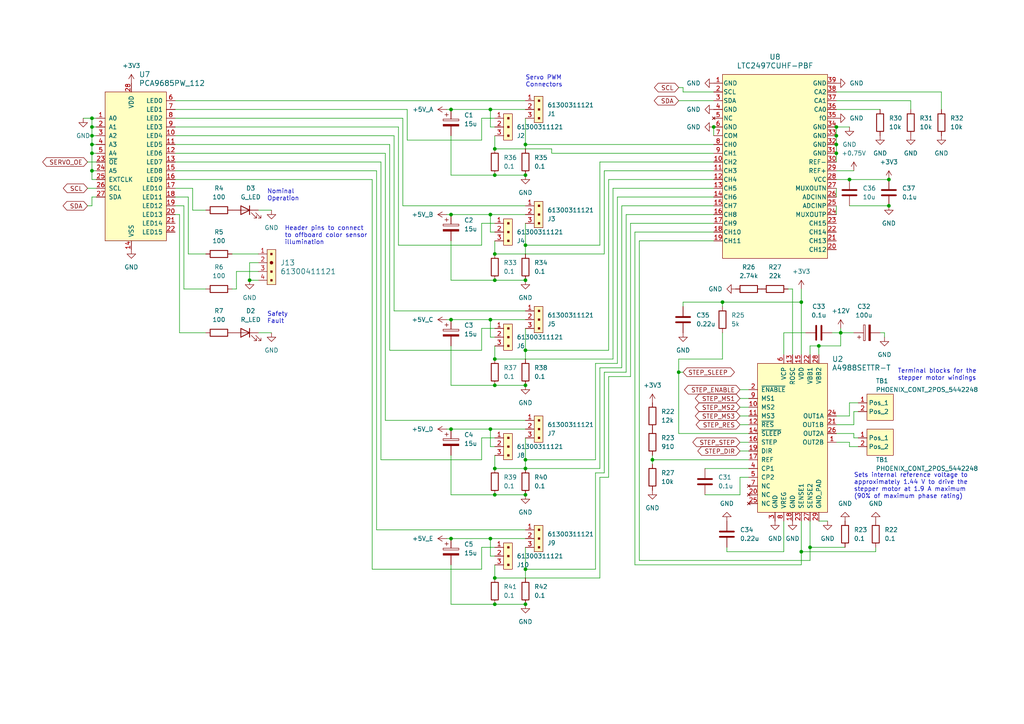
<source format=kicad_sch>
(kicad_sch (version 20230121) (generator eeschema)
  (paper "A4")
  (title_block (title "Norbert Control Board v1 - Actuators and Current Sensing") (date "2023-11-09") (rev "Rev 3") (company "ME380 - Team 20") (comment 1 "Author: Samuel Street"))
  (junction (at 152.4 101.6))
  (junction (at 152.4 133.35))
  (junction (at 143.51 135.89))
  (junction (at 242.57 36.83))
  (junction (at 130.81 62.23))
  (junction (at 26.67 49.53))
  (junction (at 189.23 133.35))
  (junction (at 72.39 81.28))
  (junction (at 142.24 92.71))
  (junction (at 257.81 59.69))
  (junction (at 26.67 44.45))
  (junction (at 234.95 158.75))
  (junction (at 209.55 87.63))
  (junction (at 142.24 124.46))
  (junction (at 152.4 111.76))
  (junction (at 143.51 143.51))
  (junction (at 152.4 165.1))
  (junction (at 152.4 143.51))
  (junction (at 26.67 34.29))
  (junction (at 237.49 100.33))
  (junction (at 142.24 62.23))
  (junction (at 26.67 36.83))
  (junction (at 143.51 104.14))
  (junction (at 152.4 41.91))
  (junction (at 143.51 111.76))
  (junction (at 130.81 31.75))
  (junction (at 143.51 81.28))
  (junction (at 207.01 36.83))
  (junction (at 242.57 44.45))
  (junction (at 246.38 52.07))
  (junction (at 232.41 160.02))
  (junction (at 26.67 41.91))
  (junction (at 243.84 96.52))
  (junction (at 152.4 135.89))
  (junction (at 142.24 31.75))
  (junction (at 196.85 107.95))
  (junction (at 143.51 43.18))
  (junction (at 143.51 175.26))
  (junction (at 130.81 124.46))
  (junction (at 130.81 92.71))
  (junction (at 143.51 167.64))
  (junction (at 152.4 71.12))
  (junction (at 26.67 39.37))
  (junction (at 257.81 52.07))
  (junction (at 152.4 50.8))
  (junction (at 143.51 73.66))
  (junction (at 232.41 87.63))
  (junction (at 242.57 41.91))
  (junction (at 152.4 81.28))
  (junction (at 142.24 156.21))
  (junction (at 242.57 39.37))
  (junction (at 130.81 156.21))
  (junction (at 152.4 175.26))
  (junction (at 143.51 50.8))
  (wire (pts (xy 175.26 73.66) (xy 175.26 49.53)))
  (wire (pts (xy 152.4 133.35) (xy 172.72 133.35)))
  (wire (pts (xy 172.72 105.41) (xy 179.07 105.41)))
  (wire (pts (xy 196.85 125.73) (xy 196.85 107.95)))
  (wire (pts (xy 247.65 127) (xy 248.92 127)))
  (wire (pts (xy 68.58 78.74) (xy 74.93 78.74)))
  (wire (pts (xy 246.38 52.07) (xy 257.81 52.07)))
  (wire (pts (xy 50.8 44.45) (xy 111.76 44.45)))
  (wire (pts (xy 26.67 39.37) (xy 27.94 39.37)))
  (wire (pts (xy 142.24 97.79) (xy 142.24 92.71)))
  (wire (pts (xy 50.8 29.21) (xy 152.4 29.21)))
  (wire (pts (xy 139.7 40.64) (xy 139.7 34.29)))
  (wire (pts (xy 214.63 128.27) (xy 217.17 128.27)))
  (wire (pts (xy 246.38 116.84) (xy 246.38 120.65)))
  (wire (pts (xy 204.47 143.51) (xy 214.63 143.51)))
  (wire (pts (xy 139.7 95.25) (xy 143.51 95.25)))
  (wire (pts (xy 130.81 62.23) (xy 142.24 62.23)))
  (wire (pts (xy 160.02 43.18) (xy 160.02 44.45)))
  (wire (pts (xy 180.34 106.68) (xy 180.34 59.69)))
  (wire (pts (xy 139.7 101.6) (xy 139.7 95.25)))
  (wire (pts (xy 214.63 120.65) (xy 217.17 120.65)))
  (wire (pts (xy 173.99 106.68) (xy 180.34 106.68)))
  (wire (pts (xy 142.24 129.54) (xy 142.24 124.46)))
  (wire (pts (xy 152.4 95.25) (xy 152.4 101.6)))
  (wire (pts (xy 243.84 100.33) (xy 237.49 100.33)))
  (wire (pts (xy 53.34 59.69) (xy 53.34 83.82)))
  (wire (pts (xy 25.4 54.61) (xy 27.94 54.61)))
  (wire (pts (xy 72.39 76.2) (xy 72.39 81.28)))
  (wire (pts (xy 26.67 52.07) (xy 27.94 52.07)))
  (wire (pts (xy 143.51 73.66) (xy 175.26 73.66)))
  (wire (pts (xy 152.4 101.6) (xy 152.4 104.14)))
  (wire (pts (xy 227.33 102.87) (xy 227.33 96.52)))
  (wire (pts (xy 111.76 121.92) (xy 152.4 121.92)))
  (wire (pts (xy 247.65 119.38) (xy 248.92 119.38)))
  (wire (pts (xy 130.81 143.51) (xy 130.81 132.08)))
  (wire (pts (xy 181.61 62.23) (xy 207.01 62.23)))
  (wire (pts (xy 198.12 25.4) (xy 198.12 26.67)))
  (wire (pts (xy 198.12 87.63) (xy 209.55 87.63)))
  (wire (pts (xy 139.7 71.12) (xy 139.7 64.77)))
  (wire (pts (xy 143.51 100.33) (xy 143.51 104.14)))
  (wire (pts (xy 254 160.02) (xy 254 158.75)))
  (wire (pts (xy 118.11 31.75) (xy 118.11 40.64)))
  (wire (pts (xy 50.8 41.91) (xy 113.03 41.91)))
  (wire (pts (xy 175.26 137.16) (xy 175.26 107.95)))
  (wire (pts (xy 227.33 160.02) (xy 227.33 151.13)))
  (wire (pts (xy 242.57 44.45) (xy 242.57 46.99)))
  (wire (pts (xy 242.57 41.91) (xy 242.57 44.45)))
  (wire (pts (xy 247.65 96.52) (xy 243.84 96.52)))
  (wire (pts (xy 242.57 36.83) (xy 242.57 39.37)))
  (wire (pts (xy 189.23 132.08) (xy 189.23 133.35)))
  (wire (pts (xy 25.4 46.99) (xy 27.94 46.99)))
  (wire (pts (xy 116.84 59.69) (xy 152.4 59.69)))
  (wire (pts (xy 196.85 104.14) (xy 209.55 104.14)))
  (wire (pts (xy 209.55 87.63) (xy 232.41 87.63)))
  (wire (pts (xy 152.4 101.6) (xy 176.53 101.6)))
  (wire (pts (xy 74.93 60.96) (xy 78.74 60.96)))
  (wire (pts (xy 175.26 107.95) (xy 181.61 107.95)))
  (wire (pts (xy 242.57 29.21) (xy 264.16 29.21)))
  (wire (pts (xy 54.61 57.15) (xy 54.61 73.66)))
  (wire (pts (xy 26.67 36.83) (xy 26.67 39.37)))
  (wire (pts (xy 130.81 175.26) (xy 130.81 163.83)))
  (wire (pts (xy 185.42 162.56) (xy 185.42 69.85)))
  (wire (pts (xy 152.4 133.35) (xy 152.4 135.89)))
  (wire (pts (xy 26.67 49.53) (xy 26.67 52.07)))
  (wire (pts (xy 246.38 129.54) (xy 246.38 128.27)))
  (wire (pts (xy 196.85 29.21) (xy 207.01 29.21)))
  (wire (pts (xy 113.03 41.91) (xy 113.03 101.6)))
  (wire (pts (xy 129.54 62.23) (xy 130.81 62.23)))
  (wire (pts (xy 198.12 26.67) (xy 207.01 26.67)))
  (wire (pts (xy 172.72 137.16) (xy 175.26 137.16)))
  (wire (pts (xy 234.95 102.87) (xy 234.95 100.33)))
  (wire (pts (xy 50.8 49.53) (xy 109.22 49.53)))
  (wire (pts (xy 246.38 116.84) (xy 248.92 116.84)))
  (wire (pts (xy 242.57 52.07) (xy 246.38 52.07)))
  (wire (pts (xy 242.57 31.75) (xy 255.27 31.75)))
  (wire (pts (xy 142.24 67.31) (xy 142.24 62.23)))
  (wire (pts (xy 182.88 64.77) (xy 207.01 64.77)))
  (wire (pts (xy 116.84 34.29) (xy 116.84 59.69)))
  (wire (pts (xy 152.4 158.75) (xy 152.4 165.1)))
  (wire (pts (xy 130.81 31.75) (xy 142.24 31.75)))
  (wire (pts (xy 246.38 59.69) (xy 257.81 59.69)))
  (wire (pts (xy 143.51 69.85) (xy 143.51 73.66)))
  (wire (pts (xy 210.82 160.02) (xy 210.82 158.75)))
  (wire (pts (xy 139.7 158.75) (xy 143.51 158.75)))
  (wire (pts (xy 50.8 62.23) (xy 52.07 62.23)))
  (wire (pts (xy 25.4 59.69) (xy 26.67 59.69)))
  (wire (pts (xy 176.53 52.07) (xy 207.01 52.07)))
  (wire (pts (xy 243.84 95.25) (xy 243.84 96.52)))
  (wire (pts (xy 111.76 44.45) (xy 111.76 121.92)))
  (wire (pts (xy 247.65 127) (xy 247.65 125.73)))
  (wire (pts (xy 26.67 44.45) (xy 27.94 44.45)))
  (wire (pts (xy 26.67 59.69) (xy 26.67 57.15)))
  (wire (pts (xy 143.51 97.79) (xy 142.24 97.79)))
  (wire (pts (xy 52.07 96.52) (xy 59.69 96.52)))
  (wire (pts (xy 232.41 151.13) (xy 232.41 160.02)))
  (wire (pts (xy 209.55 88.9) (xy 209.55 87.63)))
  (wire (pts (xy 118.11 40.64) (xy 139.7 40.64)))
  (wire (pts (xy 143.51 36.83) (xy 142.24 36.83)))
  (wire (pts (xy 143.51 167.64) (xy 173.99 167.64)))
  (wire (pts (xy 232.41 87.63) (xy 232.41 102.87)))
  (wire (pts (xy 55.88 54.61) (xy 55.88 60.96)))
  (wire (pts (xy 152.4 71.12) (xy 173.99 71.12)))
  (wire (pts (xy 50.8 54.61) (xy 55.88 54.61)))
  (wire (pts (xy 143.51 163.83) (xy 143.51 167.64)))
  (wire (pts (xy 177.8 104.14) (xy 177.8 54.61)))
  (wire (pts (xy 110.49 46.99) (xy 110.49 133.35)))
  (wire (pts (xy 139.7 64.77) (xy 143.51 64.77)))
  (wire (pts (xy 184.15 67.31) (xy 207.01 67.31)))
  (wire (pts (xy 26.67 34.29) (xy 26.67 36.83)))
  (wire (pts (xy 247.65 49.53) (xy 242.57 49.53)))
  (wire (pts (xy 130.81 50.8) (xy 143.51 50.8)))
  (wire (pts (xy 207.01 36.83) (xy 207.01 39.37)))
  (wire (pts (xy 130.81 92.71) (xy 142.24 92.71)))
  (wire (pts (xy 50.8 34.29) (xy 116.84 34.29)))
  (wire (pts (xy 142.24 124.46) (xy 152.4 124.46)))
  (wire (pts (xy 142.24 62.23) (xy 152.4 62.23)))
  (wire (pts (xy 247.65 123.19) (xy 242.57 123.19)))
  (wire (pts (xy 139.7 34.29) (xy 143.51 34.29)))
  (wire (pts (xy 179.07 105.41) (xy 179.07 57.15)))
  (wire (pts (xy 26.67 41.91) (xy 26.67 44.45)))
  (wire (pts (xy 196.85 125.73) (xy 217.17 125.73)))
  (wire (pts (xy 172.72 165.1) (xy 172.72 137.16)))
  (wire (pts (xy 232.41 160.02) (xy 254 160.02)))
  (wire (pts (xy 234.95 151.13) (xy 234.95 158.75)))
  (wire (pts (xy 243.84 100.33) (xy 243.84 96.52)))
  (wire (pts (xy 177.8 54.61) (xy 207.01 54.61)))
  (wire (pts (xy 130.81 111.76) (xy 130.81 100.33)))
  (wire (pts (xy 72.39 81.28) (xy 74.93 81.28)))
  (wire (pts (xy 204.47 135.89) (xy 217.17 135.89)))
  (wire (pts (xy 53.34 83.82) (xy 59.69 83.82)))
  (wire (pts (xy 232.41 160.02) (xy 232.41 163.83)))
  (wire (pts (xy 242.57 26.67) (xy 273.05 26.67)))
  (wire (pts (xy 196.85 25.4) (xy 198.12 25.4)))
  (wire (pts (xy 152.4 41.91) (xy 207.01 41.91)))
  (wire (pts (xy 173.99 46.99) (xy 207.01 46.99)))
  (wire (pts (xy 198.12 87.63) (xy 198.12 88.9)))
  (wire (pts (xy 26.67 34.29) (xy 27.94 34.29)))
  (wire (pts (xy 130.81 111.76) (xy 143.51 111.76)))
  (wire (pts (xy 152.4 165.1) (xy 172.72 165.1)))
  (wire (pts (xy 173.99 71.12) (xy 173.99 46.99)))
  (wire (pts (xy 114.3 39.37) (xy 114.3 90.17)))
  (wire (pts (xy 130.81 81.28) (xy 130.81 69.85)))
  (wire (pts (xy 246.38 129.54) (xy 248.92 129.54)))
  (wire (pts (xy 152.4 71.12) (xy 152.4 73.66)))
  (wire (pts (xy 242.57 39.37) (xy 242.57 41.91)))
  (wire (pts (xy 26.67 44.45) (xy 26.67 49.53)))
  (wire (pts (xy 152.4 135.89) (xy 173.99 135.89)))
  (wire (pts (xy 26.67 49.53) (xy 27.94 49.53)))
  (wire (pts (xy 143.51 39.37) (xy 143.51 43.18)))
  (wire (pts (xy 209.55 104.14) (xy 209.55 96.52)))
  (wire (pts (xy 189.23 133.35) (xy 217.17 133.35)))
  (wire (pts (xy 180.34 59.69) (xy 207.01 59.69)))
  (wire (pts (xy 234.95 158.75) (xy 234.95 162.56)))
  (wire (pts (xy 214.63 118.11) (xy 217.17 118.11)))
  (wire (pts (xy 184.15 163.83) (xy 184.15 67.31)))
  (wire (pts (xy 247.65 119.38) (xy 247.65 123.19)))
  (wire (pts (xy 109.22 153.67) (xy 152.4 153.67)))
  (wire (pts (xy 130.81 50.8) (xy 130.81 39.37)))
  (wire (pts (xy 273.05 26.67) (xy 273.05 31.75)))
  (wire (pts (xy 50.8 46.99) (xy 110.49 46.99)))
  (wire (pts (xy 196.85 107.95) (xy 196.85 104.14)))
  (wire (pts (xy 142.24 156.21) (xy 152.4 156.21)))
  (wire (pts (xy 264.16 29.21) (xy 264.16 31.75)))
  (wire (pts (xy 181.61 107.95) (xy 181.61 62.23)))
  (wire (pts (xy 26.67 41.91) (xy 27.94 41.91)))
  (wire (pts (xy 256.54 96.52) (xy 255.27 96.52)))
  (wire (pts (xy 242.57 59.69) (xy 242.57 62.23)))
  (wire (pts (xy 152.4 165.1) (xy 152.4 167.64)))
  (wire (pts (xy 54.61 73.66) (xy 59.69 73.66)))
  (wire (pts (xy 173.99 138.43) (xy 176.53 138.43)))
  (wire (pts (xy 129.54 124.46) (xy 130.81 124.46)))
  (wire (pts (xy 175.26 49.53) (xy 207.01 49.53)))
  (wire (pts (xy 139.7 165.1) (xy 139.7 158.75)))
  (wire (pts (xy 214.63 130.81) (xy 217.17 130.81)))
  (wire (pts (xy 130.81 143.51) (xy 143.51 143.51)))
  (wire (pts (xy 214.63 143.51) (xy 214.63 138.43)))
  (wire (pts (xy 241.3 96.52) (xy 243.84 96.52)))
  (wire (pts (xy 179.07 57.15) (xy 207.01 57.15)))
  (wire (pts (xy 143.51 43.18) (xy 160.02 43.18)))
  (wire (pts (xy 227.33 160.02) (xy 210.82 160.02)))
  (wire (pts (xy 143.51 111.76) (xy 152.4 111.76)))
  (wire (pts (xy 110.49 133.35) (xy 139.7 133.35)))
  (wire (pts (xy 107.95 52.07) (xy 107.95 165.1)))
  (wire (pts (xy 129.54 156.21) (xy 130.81 156.21)))
  (wire (pts (xy 143.51 135.89) (xy 152.4 135.89)))
  (wire (pts (xy 232.41 83.82) (xy 232.41 87.63)))
  (wire (pts (xy 139.7 133.35) (xy 139.7 127)))
  (wire (pts (xy 130.81 124.46) (xy 142.24 124.46)))
  (wire (pts (xy 50.8 52.07) (xy 107.95 52.07)))
  (wire (pts (xy 74.93 96.52) (xy 78.74 96.52)))
  (wire (pts (xy 129.54 92.71) (xy 130.81 92.71)))
  (wire (pts (xy 229.87 83.82) (xy 229.87 102.87)))
  (wire (pts (xy 152.4 34.29) (xy 152.4 41.91)))
  (wire (pts (xy 198.12 107.95) (xy 196.85 107.95)))
  (wire (pts (xy 172.72 133.35) (xy 172.72 105.41)))
  (wire (pts (xy 214.63 115.57) (xy 217.17 115.57)))
  (wire (pts (xy 143.51 129.54) (xy 142.24 129.54)))
  (wire (pts (xy 143.51 132.08) (xy 143.51 135.89)))
  (wire (pts (xy 50.8 36.83) (xy 115.57 36.83)))
  (wire (pts (xy 26.67 36.83) (xy 27.94 36.83)))
  (wire (pts (xy 143.51 50.8) (xy 152.4 50.8)))
  (wire (pts (xy 246.38 120.65) (xy 242.57 120.65)))
  (wire (pts (xy 143.51 143.51) (xy 152.4 143.51)))
  (wire (pts (xy 139.7 127) (xy 143.51 127)))
  (wire (pts (xy 143.51 175.26) (xy 152.4 175.26)))
  (wire (pts (xy 240.03 151.13) (xy 237.49 151.13)))
  (wire (pts (xy 242.57 36.83) (xy 246.38 36.83)))
  (wire (pts (xy 142.24 92.71) (xy 152.4 92.71)))
  (wire (pts (xy 67.31 73.66) (xy 74.93 73.66)))
  (wire (pts (xy 173.99 167.64) (xy 173.99 138.43)))
  (wire (pts (xy 115.57 36.83) (xy 115.57 71.12)))
  (wire (pts (xy 152.4 127) (xy 152.4 133.35)))
  (wire (pts (xy 115.57 71.12) (xy 139.7 71.12)))
  (wire (pts (xy 242.57 54.61) (xy 242.57 57.15)))
  (wire (pts (xy 214.63 138.43) (xy 217.17 138.43)))
  (wire (pts (xy 67.31 83.82) (xy 68.58 83.82)))
  (wire (pts (xy 185.42 69.85) (xy 207.01 69.85)))
  (wire (pts (xy 142.24 161.29) (xy 142.24 156.21)))
  (wire (pts (xy 74.93 76.2) (xy 72.39 76.2)))
  (wire (pts (xy 247.65 125.73) (xy 242.57 125.73)))
  (wire (pts (xy 109.22 49.53) (xy 109.22 153.67)))
  (wire (pts (xy 232.41 163.83) (xy 184.15 163.83)))
  (wire (pts (xy 50.8 59.69) (xy 53.34 59.69)))
  (wire (pts (xy 256.54 96.52) (xy 256.54 97.79)))
  (wire (pts (xy 152.4 41.91) (xy 152.4 43.18)))
  (wire (pts (xy 142.24 31.75) (xy 152.4 31.75)))
  (wire (pts (xy 189.23 133.35) (xy 189.23 134.62)))
  (wire (pts (xy 143.51 104.14) (xy 177.8 104.14)))
  (wire (pts (xy 246.38 128.27) (xy 242.57 128.27)))
  (wire (pts (xy 182.88 109.22) (xy 182.88 64.77)))
  (wire (pts (xy 143.51 81.28) (xy 152.4 81.28)))
  (wire (pts (xy 24.13 34.29) (xy 26.67 34.29)))
  (wire (pts (xy 50.8 31.75) (xy 118.11 31.75)))
  (wire (pts (xy 26.67 57.15) (xy 27.94 57.15)))
  (wire (pts (xy 227.33 96.52) (xy 233.68 96.52)))
  (wire (pts (xy 229.87 83.82) (xy 228.6 83.82)))
  (wire (pts (xy 234.95 158.75) (xy 245.11 158.75)))
  (wire (pts (xy 55.88 60.96) (xy 59.69 60.96)))
  (wire (pts (xy 107.95 165.1) (xy 139.7 165.1)))
  (wire (pts (xy 176.53 109.22) (xy 182.88 109.22)))
  (wire (pts (xy 142.24 36.83) (xy 142.24 31.75)))
  (wire (pts (xy 50.8 57.15) (xy 54.61 57.15)))
  (wire (pts (xy 130.81 156.21) (xy 142.24 156.21)))
  (wire (pts (xy 68.58 83.82) (xy 68.58 78.74)))
  (wire (pts (xy 176.53 138.43) (xy 176.53 109.22)))
  (wire (pts (xy 237.49 100.33) (xy 237.49 102.87)))
  (wire (pts (xy 143.51 161.29) (xy 142.24 161.29)))
  (wire (pts (xy 130.81 175.26) (xy 143.51 175.26)))
  (wire (pts (xy 113.03 101.6) (xy 139.7 101.6)))
  (wire (pts (xy 143.51 67.31) (xy 142.24 67.31)))
  (wire (pts (xy 129.54 31.75) (xy 130.81 31.75)))
  (wire (pts (xy 52.07 62.23) (xy 52.07 96.52)))
  (wire (pts (xy 176.53 101.6) (xy 176.53 52.07)))
  (wire (pts (xy 173.99 135.89) (xy 173.99 106.68)))
  (wire (pts (xy 50.8 39.37) (xy 114.3 39.37)))
  (wire (pts (xy 160.02 44.45) (xy 207.01 44.45)))
  (wire (pts (xy 114.3 90.17) (xy 152.4 90.17)))
  (wire (pts (xy 234.95 162.56) (xy 185.42 162.56)))
  (wire (pts (xy 26.67 39.37) (xy 26.67 41.91)))
  (wire (pts (xy 130.81 81.28) (xy 143.51 81.28)))
  (wire (pts (xy 214.63 113.03) (xy 217.17 113.03)))
  (wire (pts (xy 214.63 123.19) (xy 217.17 123.19)))
  (wire (pts (xy 234.95 100.33) (xy 237.49 100.33)))
  (wire (pts (xy 152.4 64.77) (xy 152.4 71.12)))
  (text "Terminal blocks for the\nstepper motor windings" (at 260.35 110.49 0) (effects (font (size 1.27 1.27)) (justify left bottom)))
  (text "Servo PWM\nConnectors" (at 152.4 25.4 0) (effects (font (size 1.27 1.27)) (justify left bottom)))
  (text "Safety\nFault" (at 77.47 93.98 0) (effects (font (size 1.27 1.27)) (justify left bottom)))
  (text "Header pins to connect\nto offboard color sensor\nillumination" (at 82.55 71.12 0) (effects (font (size 1.27 1.27)) (justify left bottom)))
  (text "Sets internal reference voltage to\napproximately 1.44 V to drive the\nstepper motor at 1.9 A maximum\n(90% of maximum phase rating)" (at 247.65 144.78 0) (effects (font (size 1.27 1.27)) (justify left bottom)))
  (text "Nominal\nOperation" (at 77.47 58.42 0) (effects (font (size 1.27 1.27)) (justify left bottom)))
  (global_label "STEP_ENABLE" (shape bidirectional) (at 214.63 113.03 180) (property "Intersheetrefs" "${INTERSHEET_REFS}" (effects hide)))
  (global_label "SERVO_OE" (shape bidirectional) (at 25.4 46.99 180) (property "Intersheetrefs" "${INTERSHEET_REFS}" (effects hide)))
  (global_label "STEP_STEP" (shape bidirectional) (at 214.63 128.27 180) (property "Intersheetrefs" "${INTERSHEET_REFS}" (effects hide)))
  (global_label "STEP_RES" (shape bidirectional) (at 214.63 123.19 180) (property "Intersheetrefs" "${INTERSHEET_REFS}" (effects hide)))
  (global_label "STEP_MS1" (shape bidirectional) (at 214.63 115.57 180) (property "Intersheetrefs" "${INTERSHEET_REFS}" (effects hide)))
  (global_label "SDA" (shape bidirectional) (at 25.4 59.69 180) (property "Intersheetrefs" "${INTERSHEET_REFS}" (effects hide)))
  (global_label "SDA" (shape bidirectional) (at 196.85 29.21 180) (property "Intersheetrefs" "${INTERSHEET_REFS}" (effects hide)))
  (global_label "SCL" (shape bidirectional) (at 25.4 54.61 180) (property "Intersheetrefs" "${INTERSHEET_REFS}" (effects hide)))
  (global_label "STEP_MS2" (shape bidirectional) (at 214.63 118.11 180) (property "Intersheetrefs" "${INTERSHEET_REFS}" (effects hide)))
  (global_label "STEP_SLEEP" (shape bidirectional) (at 198.12 107.95 0) (property "Intersheetrefs" "${INTERSHEET_REFS}" (effects hide)))
  (global_label "SCL" (shape bidirectional) (at 196.85 25.4 180) (property "Intersheetrefs" "${INTERSHEET_REFS}" (effects hide)))
  (global_label "STEP_DIR" (shape bidirectional) (at 214.63 130.81 180) (property "Intersheetrefs" "${INTERSHEET_REFS}" (effects hide)))
  (global_label "STEP_MS3" (shape bidirectional) (at 214.63 120.65 180) (property "Intersheetrefs" "${INTERSHEET_REFS}" (effects hide)))
  (symbol (lib_id "power:GND") (at 240.03 151.13 0) (unit 1)
    (property "Reference" "#PWR076" (effects hide))
    (property "Value" "GND" (at 240.03 156.21 0))
    (instances (project "norbert_v1" (path "" (reference "#PWR076") (unit 1)) (path "" (reference "#PWR046") (unit 1))))
  )
  (symbol (lib_id "power:GND") (at 242.57 34.29 90) (unit 1)
    (property "Reference" "#PWR096" (effects hide))
    (property "Value" "GND" (at 246.38 34.29 90) (effects (justify right)))
    (instances (project "norbert_v1" (path "" (reference "#PWR096") (unit 1)) (path "" (reference "#PWR048") (unit 1))))
  )
  (symbol (lib_id "Device:R") (at 63.5 73.66 90) (unit 1)
    (property "Reference" "R5" (at 63.5 67.31 90))
    (property "Value" "100" (at 63.5 69.85 90))
    (property "Footprint" "RC2010JK_078K2L:RESC5025X65N" (effects hide))
    (instances (project "norbert_v1" (path "" (reference "R5") (unit 1)) (path "" (reference "R9") (unit 1))))
  )
  (symbol (lib_id "Device:C") (at 257.81 55.88 0) (unit 1)
    (property "Reference" "C37" (at 261.62 54.61 0) (effects (justify left)))
    (property "Value" "0.1u" (at 261.62 57.15 0) (effects (justify left)))
    (property "Footprint" "CC1812KKX7RCBB103s:CAP_CC1812_YAG" (effects hide))
    (instances (project "norbert_v1" (path "" (reference "C37") (unit 1)) (path "" (reference "C12") (unit 1))))
  )
  (symbol (lib_id "extra_power:+0.75V") (at 247.65 49.53 0) (unit 1)
    (property "Reference" "#PWR093" (effects hide))
    (property "Value" "+0.75V" (at 247.65 44.45 0))
    (instances (project "norbert_v1" (path "" (reference "#PWR093") (unit 1)) (path "" (reference "#PWR052") (unit 1))))
  )
  (symbol (lib_id "Device:R") (at 209.55 92.71 0) (unit 1)
    (property "Reference" "R25" (at 212.09 91.44 0) (effects (justify left)))
    (property "Value" "5k" (at 212.09 93.98 0) (effects (justify left)))
    (property "Footprint" "RC2010JK_078K2L:RESC5025X65N" (effects hide))
  )
  (symbol (lib_id "dk_Rectangular-Connectors-Headers-Male-Pins:61300311121") (at 156.21 90.17 90) (mirror x) (unit 1)
    (property "Reference" "J5" (at 158.75 93.98 90) (effects (justify right)))
    (property "Value" "61300311121" (at 158.75 91.44 90) (effects (justify right)))
    (property "Footprint" "digikey-footprints:PinHeader_1x3_P2.54_Drill1.1mm" (effects hide))
    (property "Datasheet" "https://katalog.we-online.de/em/datasheet/6130xx11121.pdf" (effects hide))
    (property "Digi-Key_PN" "732-5316-ND" (effects hide))
    (property "MPN" "61300311121" (effects hide))
    (property "Category" "Connectors, Interconnects" (effects hide))
    (property "Family" "Rectangular Connectors - Headers, Male Pins" (effects hide))
    (property "DK_Datasheet_Link" "https://katalog.we-online.de/em/datasheet/6130xx11121.pdf" (effects hide))
    (property "DK_Detail_Page" "/product-detail/en/wurth-electronics-inc/61300311121/732-5316-ND/4846825" (effects hide))
    (property "Description" "CONN HEADER VERT 3POS 2.54MM" (effects hide))
    (property "Manufacturer" "Wurth Electronics Inc." (effects hide))
    (property "Status" "Active" (effects hide))
    (instances (project "norbert_v1" (path "" (reference "J5") (unit 1)) (path "" (reference "J13") (unit 1))))
  )
  (symbol (lib_id "Device:R") (at 143.51 107.95 0) (unit 1)
    (property "Reference" "R37" (at 146.05 106.68 0) (effects (justify left)))
    (property "Value" "0.1" (at 146.05 109.22 0) (effects (justify left)))
    (property "Footprint" "RC2010JK_078K2L:RESC5025X65N" (effects hide))
    (instances (project "norbert_v1" (path "" (reference "R37") (unit 1)) (path "" (reference "R14") (unit 1))))
  )
  (symbol (lib_id "Device:R") (at 254 154.94 0) (unit 1)
    (property "Reference" "R22" (at 256.54 153.67 0) (effects (justify left)))
    (property "Value" "0.1" (at 256.54 156.21 0) (effects (justify left)))
    (property "Footprint" "RC2010JK_078K2L:RESC5025X65N" (effects hide))
    (instances (project "norbert_v1" (path "" (reference "R22") (unit 1)) (path "" (reference "R29") (unit 1))))
  )
  (symbol (lib_id "power:+3V3") (at 232.41 83.82 0) (unit 1)
    (property "Reference" "#PWR073" (effects hide))
    (property "Value" "+3V3" (at 232.41 78.74 0))
    (instances (project "norbert_v1" (path "" (reference "#PWR073") (unit 1)) (path "" (reference "#PWR045") (unit 1))))
  )
  (symbol (lib_id "ul_LTC2497CUHF-PBF:LTC2497CUHF-PBF") (at 224.79 46.99 0) (unit 1)
    (property "Reference" "U8" (at 224.79 16.51 0) (effects (font (size 1.524 1.524))))
    (property "Value" "LTC2497CUHF-PBF" (at 224.79 19.05 0) (effects (font (size 1.524 1.524))))
    (property "Footprint" "ul_LTC2497CUHF-PBF:QFN_UHF-PBF_ADI" (effects hide))
    (property "Datasheet" "LTC2497CUHF-PBF" (effects hide))
    (instances (project "norbert_v1" (path "" (reference "U8") (unit 1)) (path "" (reference "U5") (unit 1))))
  )
  (symbol (lib_id "Device:R") (at 152.4 46.99 0) (unit 1)
    (property "Reference" "R35" (at 154.94 45.72 0) (effects (justify left)))
    (property "Value" "0.1" (at 154.94 48.26 0) (effects (justify left)))
    (property "Footprint" "RC2010JK_078K2L:RESC5025X65N" (effects hide))
    (instances (project "norbert_v1" (path "" (reference "R35") (unit 1)) (path "" (reference "R17") (unit 1))))
  )
  (symbol (lib_id "power:GND") (at 257.81 59.69 0) (unit 1)
    (property "Reference" "#PWR095" (effects hide))
    (property "Value" "GND" (at 257.81 64.77 0))
    (instances (project "norbert_v1" (path "" (reference "#PWR095") (unit 1)) (path "" (reference "#PWR057") (unit 1))))
  )
  (symbol (lib_id "Device:R") (at 255.27 35.56 180) (unit 1)
    (property "Reference" "R30" (at 257.81 34.29 0) (effects (justify right)))
    (property "Value" "10k" (at 257.81 36.83 0) (effects (justify right)))
    (property "Footprint" "RC2010JK_078K2L:RESC5025X65N" (effects hide))
  )
  (symbol (lib_id "power:GND") (at 78.74 60.96 0) (unit 1)
    (property "Reference" "#PWR023" (effects hide))
    (property "Value" "GND" (at 78.74 66.04 0))
  )
  (symbol (lib_id "Device:C") (at 246.38 55.88 0) (unit 1)
    (property "Reference" "C36" (at 250.19 54.61 0) (effects (justify left)))
    (property "Value" "10u" (at 250.19 57.15 0) (effects (justify left)))
    (property "Footprint" "CC1812KKX7RCBB103s:CAP_CC1812_YAG" (effects hide))
    (instances (project "norbert_v1" (path "" (reference "C36") (unit 1)) (path "" (reference "C10") (unit 1))))
  )
  (symbol (lib_id "Device:C_Polarized") (at 251.46 96.52 90) (unit 1)
    (property "Reference" "C32" (at 250.571 88.9 90))
    (property "Value" "100u" (at 250.571 91.44 90))
    (property "Footprint" "CC1812KKX7RCBB103s:CAP_CC1812_YAG" (effects hide))
    (instances (project "norbert_v1" (path "" (reference "C32") (unit 1)) (path "" (reference "C11") (unit 1))))
  )
  (symbol (lib_id "phoenix_contacts:PHOENIX_CONT_2POS_5442248") (at 255.27 128.27 0) (unit 1)
    (property "Reference" "TB1" (at 254 133.35 0) (effects (justify left)))
    (property "Value" "PHOENIX_CONT_2POS_5442248" (at 254 135.89 0) (effects (justify left)))
    (instances (project "norbert_v1" (path "" (reference "TB1") (unit 1)) (path "" (reference "TB10") (unit 1))))
  )
  (symbol (lib_id "Device:R") (at 217.17 83.82 90) (unit 1)
    (property "Reference" "R26" (at 217.17 77.47 90))
    (property "Value" "2.74k" (at 217.17 80.01 90))
    (property "Footprint" "RC2010JK_078K2L:RESC5025X65N" (effects hide))
  )
  (symbol (lib_id "Device:C") (at 210.82 154.94 180) (unit 1)
    (property "Reference" "C34" (at 214.63 153.67 0) (effects (justify right)))
    (property "Value" "0.22u" (at 214.63 156.21 0) (effects (justify right)))
    (property "Footprint" "CC1812KKX7RCBB103s:CAP_CC1812_YAG" (effects hide))
    (instances (project "norbert_v1" (path "" (reference "C34") (unit 1)) (path "" (reference "C8") (unit 1))))
  )
  (symbol (lib_id "Device:C") (at 198.12 92.71 0) (unit 1)
    (property "Reference" "C35" (at 201.93 91.44 0) (effects (justify left)))
    (property "Value" "0.22u" (at 201.93 93.98 0) (effects (justify left)))
    (property "Footprint" "CC1812KKX7RCBB103s:CAP_CC1812_YAG" (effects hide))
    (instances (project "norbert_v1" (path "" (reference "C35") (unit 1)) (path "" (reference "C6") (unit 1))))
  )
  (symbol (lib_id "Device:R") (at 189.23 128.27 0) (unit 1)
    (property "Reference" "R23" (at 191.77 127 0) (effects (justify left)))
    (property "Value" "910" (at 191.77 129.54 0) (effects (justify left)))
    (property "Footprint" "RC2010JK_078K2L:RESC5025X65N" (effects hide))
  )
  (symbol (lib_id "power:GND") (at 78.74 96.52 0) (unit 1)
    (property "Reference" "#PWR026" (effects hide))
    (property "Value" "GND" (at 78.74 101.6 0))
    (instances (project "norbert_v1" (path "" (reference "#PWR026") (unit 1)) (path "" (reference "#PWR024") (unit 1))))
  )
  (symbol (lib_id "power:GND") (at 210.82 151.13 180) (unit 1)
    (property "Reference" "#PWR071" (effects hide))
    (property "Value" "GND" (at 210.82 146.05 0))
    (instances (project "norbert_v1" (path "" (reference "#PWR071") (unit 1)) (path "" (reference "#PWR041") (unit 1))))
  )
  (symbol (lib_id "extra_power:+5V_B") (at 129.54 62.23 90) (unit 1)
    (property "Reference" "#PWR026" (effects hide))
    (property "Value" "+5V_B" (at 125.73 62.23 90) (effects (justify left)))
  )
  (symbol (lib_id "dk_Rectangular-Connectors-Headers-Male-Pins:61300311121") (at 147.32 127 90) (mirror x) (unit 1)
    (property "Reference" "J8" (at 149.86 132.08 90) (effects (justify right)))
    (property "Value" "61300311121" (at 149.86 129.54 90) (effects (justify right)))
    (property "Footprint" "digikey-footprints:PinHeader_1x3_P2.54_Drill1.1mm" (effects hide))
    (property "Datasheet" "https://katalog.we-online.de/em/datasheet/6130xx11121.pdf" (effects hide))
    (property "Digi-Key_PN" "732-5316-ND" (effects hide))
    (property "MPN" "61300311121" (effects hide))
    (property "Category" "Connectors, Interconnects" (effects hide))
    (property "Family" "Rectangular Connectors - Headers, Male Pins" (effects hide))
    (property "DK_Datasheet_Link" "https://katalog.we-online.de/em/datasheet/6130xx11121.pdf" (effects hide))
    (property "DK_Detail_Page" "/product-detail/en/wurth-electronics-inc/61300311121/732-5316-ND/4846825" (effects hide))
    (property "Description" "CONN HEADER VERT 3POS 2.54MM" (effects hide))
    (property "Manufacturer" "Wurth Electronics Inc." (effects hide))
    (property "Status" "Active" (effects hide))
    (instances (project "norbert_v1" (path "" (reference "J8") (unit 1)) (path "" (reference "J9") (unit 1))))
  )
  (symbol (lib_id "Device:C_Polarized") (at 130.81 160.02 0) (unit 1)
    (property "Reference" "C5" (at 134.62 157.861 0) (effects (justify left)))
    (property "Value" "15u" (at 134.62 160.401 0) (effects (justify left)))
    (property "Footprint" "Capacitor_THT:CP_Radial_D5.0mm_P2.50mm" (effects hide))
  )
  (symbol (lib_id "Device:LED") (at 71.12 96.52 0) (mirror y) (unit 1)
    (property "Reference" "D2" (at 72.7075 90.17 0))
    (property "Value" "R_LED" (at 72.7075 92.71 0))
    (property "Footprint" "LED_THT:LED_D5.0mm" (effects hide))
    (instances (project "norbert_v1" (path "" (reference "D2") (unit 1)) (path "" (reference "D3") (unit 1))))
  )
  (symbol (lib_id "power:GND") (at 224.79 151.13 0) (unit 1)
    (property "Reference" "#PWR066" (effects hide))
    (property "Value" "GND" (at 224.79 156.21 0))
    (instances (project "norbert_v1" (path "" (reference "#PWR066") (unit 1)) (path "" (reference "#PWR043") (unit 1))))
  )
  (symbol (lib_id "power:GND") (at 207.01 24.13 270) (unit 1)
    (property "Reference" "#PWR088" (effects hide))
    (property "Value" "GND" (at 203.2 24.13 90) (effects (justify right)))
    (instances (project "norbert_v1" (path "" (reference "#PWR088") (unit 1)) (path "" (reference "#PWR038") (unit 1))))
  )
  (symbol (lib_id "Device:R") (at 224.79 83.82 90) (unit 1)
    (property "Reference" "R27" (at 224.79 77.47 90))
    (property "Value" "22k" (at 224.79 80.01 90))
    (property "Footprint" "RC2010JK_078K2L:RESC5025X65N" (effects hide))
  )
  (symbol (lib_id "extra_power:+5V_C") (at 129.54 92.71 90) (unit 1)
    (property "Reference" "#PWR027" (effects hide))
    (property "Value" "+5V_C" (at 125.73 92.71 90) (effects (justify left)))
  )
  (symbol (lib_id "dk_Rectangular-Connectors-Headers-Male-Pins:61300311121") (at 156.21 29.21 90) (mirror x) (unit 1)
    (property "Reference" "J1" (at 158.75 33.02 90) (effects (justify right)))
    (property "Value" "61300311121" (at 158.75 30.48 90) (effects (justify right)))
    (property "Footprint" "digikey-footprints:PinHeader_1x3_P2.54_Drill1.1mm" (effects hide))
    (property "Datasheet" "https://katalog.we-online.de/em/datasheet/6130xx11121.pdf" (effects hide))
    (property "Digi-Key_PN" "732-5316-ND" (effects hide))
    (property "MPN" "61300311121" (effects hide))
    (property "Category" "Connectors, Interconnects" (effects hide))
    (property "Family" "Rectangular Connectors - Headers, Male Pins" (effects hide))
    (property "DK_Datasheet_Link" "https://katalog.we-online.de/em/datasheet/6130xx11121.pdf" (effects hide))
    (property "DK_Detail_Page" "/product-detail/en/wurth-electronics-inc/61300311121/732-5316-ND/4846825" (effects hide))
    (property "Description" "CONN HEADER VERT 3POS 2.54MM" (effects hide))
    (property "Manufacturer" "Wurth Electronics Inc." (effects hide))
    (property "Status" "Active" (effects hide))
    (instances (project "norbert_v1" (path "" (reference "J1") (unit 1)) (path "" (reference "J11") (unit 1))))
  )
  (symbol (lib_id "dk_Rectangular-Connectors-Headers-Male-Pins:61300311121") (at 147.32 158.75 90) (mirror x) (unit 1)
    (property "Reference" "J10" (at 149.86 163.83 90) (effects (justify right)))
    (property "Value" "61300311121" (at 149.86 161.29 90) (effects (justify right)))
    (property "Footprint" "digikey-footprints:PinHeader_1x3_P2.54_Drill1.1mm" (effects hide))
    (property "Datasheet" "https://katalog.we-online.de/em/datasheet/6130xx11121.pdf" (effects hide))
    (property "Digi-Key_PN" "732-5316-ND" (effects hide))
    (property "MPN" "61300311121" (effects hide))
    (property "Category" "Connectors, Interconnects" (effects hide))
    (property "Family" "Rectangular Connectors - Headers, Male Pins" (effects hide))
    (property "DK_Datasheet_Link" "https://katalog.we-online.de/em/datasheet/6130xx11121.pdf" (effects hide))
    (property "DK_Detail_Page" "/product-detail/en/wurth-electronics-inc/61300311121/732-5316-ND/4846825" (effects hide))
    (property "Description" "CONN HEADER VERT 3POS 2.54MM" (effects hide))
    (property "Manufacturer" "Wurth Electronics Inc." (effects hide))
    (property "Status" "Active" (effects hide))
  )
  (symbol (lib_id "power:GND") (at 152.4 143.51 0) (unit 1)
    (property "Reference" "#PWR018" (effects hide))
    (property "Value" "GND" (at 152.4 148.59 0))
    (instances (project "norbert_v1" (path "" (reference "#PWR018") (unit 1)) (path "" (reference "#PWR033") (unit 1))))
  )
  (symbol (lib_id "Device:R") (at 273.05 35.56 0) (unit 1)
    (property "Reference" "R32" (at 275.59 34.29 0) (effects (justify left)))
    (property "Value" "10k" (at 275.59 36.83 0) (effects (justify left)))
    (property "Footprint" "RC2010JK_078K2L:RESC5025X65N" (effects hide))
  )
  (symbol (lib_id "power:GND") (at 245.11 151.13 180) (unit 1)
    (property "Reference" "#PWR021" (effects hide))
    (property "Value" "GND" (at 245.11 146.05 0))
    (instances (project "norbert_v1" (path "" (reference "#PWR021") (unit 1)) (path "" (reference "#PWR050") (unit 1))))
  )
  (symbol (lib_id "Device:R") (at 245.11 154.94 0) (unit 1)
    (property "Reference" "R23" (at 247.65 153.67 0) (effects (justify left)))
    (property "Value" "0.1" (at 247.65 156.21 0) (effects (justify left)))
    (property "Footprint" "RC2010JK_078K2L:RESC5025X65N" (effects hide))
    (instances (project "norbert_v1" (path "" (reference "R23") (unit 1)) (path "" (reference "R28") (unit 1))))
  )
  (symbol (lib_id "power:GND") (at 24.13 34.29 0) (unit 1)
    (property "Reference" "#PWR05" (effects hide))
    (property "Value" "GND" (at 24.13 39.37 0))
    (instances (project "norbert_v1" (path "" (reference "#PWR05") (unit 1)) (path "" (reference "#PWR019") (unit 1))))
  )
  (symbol (lib_id "Device:C_Polarized") (at 130.81 35.56 0) (unit 1)
    (property "Reference" "C1" (at 134.62 33.401 0) (effects (justify left)))
    (property "Value" "15u" (at 134.62 35.941 0) (effects (justify left)))
    (property "Footprint" "Capacitor_THT:CP_Radial_D5.0mm_P2.50mm" (effects hide))
  )
  (symbol (lib_id "power:+12V") (at 243.84 95.25 0) (unit 1)
    (property "Reference" "#PWR075" (effects hide))
    (property "Value" "+12V" (at 243.84 90.17 0))
    (instances (project "norbert_v1" (path "" (reference "#PWR075") (unit 1)) (path "" (reference "#PWR049") (unit 1))))
  )
  (symbol (lib_id "phoenix_contacts:PHOENIX_CONT_2POS_5442248") (at 255.27 118.11 0) (unit 1)
    (property "Reference" "TB1" (at 254 110.49 0) (effects (justify left)))
    (property "Value" "PHOENIX_CONT_2POS_5442248" (at 254 113.03 0) (effects (justify left)))
    (instances (project "norbert_v1" (path "" (reference "TB1") (unit 1)) (path "" (reference "TB8") (unit 1))))
  )
  (symbol (lib_id "power:GND") (at 273.05 39.37 0) (unit 1)
    (property "Reference" "#PWR099" (effects hide))
    (property "Value" "GND" (at 273.05 44.45 0))
    (instances (project "norbert_v1" (path "" (reference "#PWR099") (unit 1)) (path "" (reference "#PWR059") (unit 1))))
  )
  (symbol (lib_id "Device:R") (at 143.51 171.45 0) (unit 1)
    (property "Reference" "R41" (at 146.05 170.18 0) (effects (justify left)))
    (property "Value" "0.1" (at 146.05 172.72 0) (effects (justify left)))
    (property "Footprint" "RC2010JK_078K2L:RESC5025X65N" (effects hide))
    (instances (project "norbert_v1" (path "" (reference "R41") (unit 1)) (path "" (reference "R16") (unit 1))))
  )
  (symbol (lib_id "power:GND") (at 72.39 81.28 0) (unit 1)
    (property "Reference" "#PWR024" (effects hide))
    (property "Value" "GND" (at 72.39 86.36 0))
    (instances (project "norbert_v1" (path "" (reference "#PWR024") (unit 1)) (path "" (reference "#PWR022") (unit 1))))
  )
  (symbol (lib_id "Device:R") (at 264.16 35.56 0) (unit 1)
    (property "Reference" "R31" (at 266.7 34.29 0) (effects (justify left)))
    (property "Value" "10k" (at 266.7 36.83 0) (effects (justify left)))
    (property "Footprint" "RC2010JK_078K2L:RESC5025X65N" (effects hide))
  )
  (symbol (lib_id "power:GND") (at 152.4 175.26 0) (unit 1)
    (property "Reference" "#PWR020" (effects hide))
    (property "Value" "GND" (at 152.4 180.34 0))
    (instances (project "norbert_v1" (path "" (reference "#PWR020") (unit 1)) (path "" (reference "#PWR034") (unit 1))))
  )
  (symbol (lib_id "Device:LED") (at 71.12 60.96 0) (mirror y) (unit 1)
    (property "Reference" "D3" (at 72.7075 54.61 0))
    (property "Value" "G_LED" (at 72.7075 57.15 0))
    (property "Footprint" "LED_THT:LED_D5.0mm" (effects hide))
    (instances (project "norbert_v1" (path "" (reference "D3") (unit 1)) (path "" (reference "D2") (unit 1))))
  )
  (symbol (lib_id "power:GND") (at 207.01 36.83 270) (unit 1)
    (property "Reference" "#PWR090" (effects hide))
    (property "Value" "GND" (at 203.2 36.83 90) (effects (justify right)))
    (instances (project "norbert_v1" (path "" (reference "#PWR090") (unit 1)) (path "" (reference "#PWR040") (unit 1))))
  )
  (symbol (lib_id "power:+3V3") (at 38.1 24.13 0) (unit 1)
    (property "Reference" "#PWR06" (effects hide))
    (property "Value" "+3V3" (at 38.1 19.05 0))
    (instances (project "norbert_v1" (path "" (reference "#PWR06") (unit 1)) (path "" (reference "#PWR020") (unit 1))))
  )
  (symbol (lib_id "Device:R") (at 152.4 139.7 0) (unit 1)
    (property "Reference" "R40" (at 154.94 138.43 0) (effects (justify left)))
    (property "Value" "0.1" (at 154.94 140.97 0) (effects (justify left)))
    (property "Footprint" "RC2010JK_078K2L:RESC5025X65N" (effects hide))
    (instances (project "norbert_v1" (path "" (reference "R40") (unit 1)) (path "" (reference "R20") (unit 1))))
  )
  (symbol (lib_id "Device:C_Polarized") (at 130.81 128.27 0) (unit 1)
    (property "Reference" "C4" (at 134.62 126.111 0) (effects (justify left)))
    (property "Value" "15u" (at 134.62 128.651 0) (effects (justify left)))
    (property "Footprint" "Capacitor_THT:CP_Radial_D5.0mm_P2.50mm" (effects hide))
  )
  (symbol (lib_id "dk_Rectangular-Connectors-Headers-Male-Pins:61300311121") (at 156.21 121.92 90) (mirror x) (unit 1)
    (property "Reference" "J7" (at 158.75 125.73 90) (effects (justify right)))
    (property "Value" "61300311121" (at 158.75 123.19 90) (effects (justify right)))
    (property "Footprint" "digikey-footprints:PinHeader_1x3_P2.54_Drill1.1mm" (effects hide))
    (property "Datasheet" "https://katalog.we-online.de/em/datasheet/6130xx11121.pdf" (effects hide))
    (property "Digi-Key_PN" "732-5316-ND" (effects hide))
    (property "MPN" "61300311121" (effects hide))
    (property "Category" "Connectors, Interconnects" (effects hide))
    (property "Family" "Rectangular Connectors - Headers, Male Pins" (effects hide))
    (property "DK_Datasheet_Link" "https://katalog.we-online.de/em/datasheet/6130xx11121.pdf" (effects hide))
    (property "DK_Detail_Page" "/product-detail/en/wurth-electronics-inc/61300311121/732-5316-ND/4846825" (effects hide))
    (property "Description" "CONN HEADER VERT 3POS 2.54MM" (effects hide))
    (property "Manufacturer" "Wurth Electronics Inc." (effects hide))
    (property "Status" "Active" (effects hide))
    (instances (project "norbert_v1" (path "" (reference "J7") (unit 1)) (path "" (reference "J14") (unit 1))))
  )
  (symbol (lib_id "Device:R") (at 152.4 77.47 0) (unit 1)
    (property "Reference" "R34" (at 154.94 76.2 0) (effects (justify left)))
    (property "Value" "0.1" (at 154.94 78.74 0) (effects (justify left)))
    (property "Footprint" "RC2010JK_078K2L:RESC5025X65N" (effects hide))
    (instances (project "norbert_v1" (path "" (reference "R34") (unit 1)) (path "" (reference "R18") (unit 1))))
  )
  (symbol (lib_id "power:+3V3") (at 189.23 116.84 0) (unit 1)
    (property "Reference" "#PWR077" (effects hide))
    (property "Value" "+3V3" (at 189.23 111.76 0))
    (instances (project "norbert_v1" (path "" (reference "#PWR077") (unit 1)) (path "" (reference "#PWR035") (unit 1))))
  )
  (symbol (lib_id "Device:R") (at 152.4 107.95 0) (unit 1)
    (property "Reference" "R38" (at 154.94 106.68 0) (effects (justify left)))
    (property "Value" "0.1" (at 154.94 109.22 0) (effects (justify left)))
    (property "Footprint" "RC2010JK_078K2L:RESC5025X65N" (effects hide))
    (instances (project "norbert_v1" (path "" (reference "R38") (unit 1)) (path "" (reference "R19") (unit 1))))
  )
  (symbol (lib_id "Device:C_Polarized") (at 130.81 96.52 0) (unit 1)
    (property "Reference" "C3" (at 134.62 94.361 0) (effects (justify left)))
    (property "Value" "15u" (at 134.62 96.901 0) (effects (justify left)))
    (property "Footprint" "Capacitor_THT:CP_Radial_D5.0mm_P2.50mm" (effects hide))
  )
  (symbol (lib_id "power:GND") (at 152.4 111.76 0) (unit 1)
    (property "Reference" "#PWR016" (effects hide))
    (property "Value" "GND" (at 152.4 116.84 0))
    (instances (project "norbert_v1" (path "" (reference "#PWR016") (unit 1)) (path "" (reference "#PWR032") (unit 1))))
  )
  (symbol (lib_id "dk_Rectangular-Connectors-Headers-Male-Pins:61300311121") (at 147.32 95.25 90) (mirror x) (unit 1)
    (property "Reference" "J6" (at 149.86 100.33 90) (effects (justify right)))
    (property "Value" "61300311121" (at 149.86 97.79 90) (effects (justify right)))
    (property "Footprint" "digikey-footprints:PinHeader_1x3_P2.54_Drill1.1mm" (effects hide))
    (property "Datasheet" "https://katalog.we-online.de/em/datasheet/6130xx11121.pdf" (effects hide))
    (property "Digi-Key_PN" "732-5316-ND" (effects hide))
    (property "MPN" "61300311121" (effects hide))
    (property "Category" "Connectors, Interconnects" (effects hide))
    (property "Family" "Rectangular Connectors - Headers, Male Pins" (effects hide))
    (property "DK_Datasheet_Link" "https://katalog.we-online.de/em/datasheet/6130xx11121.pdf" (effects hide))
    (property "DK_Detail_Page" "/product-detail/en/wurth-electronics-inc/61300311121/732-5316-ND/4846825" (effects hide))
    (property "Description" "CONN HEADER VERT 3POS 2.54MM" (effects hide))
    (property "Manufacturer" "Wurth Electronics Inc." (effects hide))
    (property "Status" "Active" (effects hide))
    (instances (project "norbert_v1" (path "" (reference "J6") (unit 1)) (path "" (reference "J8") (unit 1))))
  )
  (symbol (lib_id "extra_power:+5V_A") (at 129.54 31.75 90) (unit 1)
    (property "Reference" "#PWR03" (effects hide))
    (property "Value" "+5V_A" (at 125.73 31.75 90) (effects (justify left)))
    (instances (project "norbert_v1" (path "" (reference "#PWR03") (unit 1)) (path "" (reference "#PWR025") (unit 1))))
  )
  (symbol (lib_id "dk_Rectangular-Connectors-Headers-Male-Pins:61300311121") (at 156.21 59.69 90) (mirror x) (unit 1)
    (property "Reference" "J3" (at 158.75 63.5 90) (effects (justify right)))
    (property "Value" "61300311121" (at 158.75 60.96 90) (effects (justify right)))
    (property "Footprint" "digikey-footprints:PinHeader_1x3_P2.54_Drill1.1mm" (effects hide))
    (property "Datasheet" "https://katalog.we-online.de/em/datasheet/6130xx11121.pdf" (effects hide))
    (property "Digi-Key_PN" "732-5316-ND" (effects hide))
    (property "MPN" "61300311121" (effects hide))
    (property "Category" "Connectors, Interconnects" (effects hide))
    (property "Family" "Rectangular Connectors - Headers, Male Pins" (effects hide))
    (property "DK_Datasheet_Link" "https://katalog.we-online.de/em/datasheet/6130xx11121.pdf" (effects hide))
    (property "DK_Detail_Page" "/product-detail/en/wurth-electronics-inc/61300311121/732-5316-ND/4846825" (effects hide))
    (property "Description" "CONN HEADER VERT 3POS 2.54MM" (effects hide))
    (property "Manufacturer" "Wurth Electronics Inc." (effects hide))
    (property "Status" "Active" (effects hide))
    (instances (project "norbert_v1" (path "" (reference "J3") (unit 1)) (path "" (reference "J12") (unit 1))))
  )
  (symbol (lib_id "power:GND") (at 255.27 39.37 0) (unit 1)
    (property "Reference" "#PWR097" (effects hide))
    (property "Value" "GND" (at 255.27 44.45 0))
    (instances (project "norbert_v1" (path "" (reference "#PWR097") (unit 1)) (path "" (reference "#PWR054") (unit 1))))
  )
  (symbol (lib_id "power:GND") (at 229.87 151.13 0) (unit 1)
    (property "Reference" "#PWR067" (effects hide))
    (property "Value" "GND" (at 229.87 156.21 0))
    (instances (project "norbert_v1" (path "" (reference "#PWR067") (unit 1)) (path "" (reference "#PWR044") (unit 1))))
  )
  (symbol (lib_id "extra_power:+5V_D") (at 129.54 124.46 90) (unit 1)
    (property "Reference" "#PWR028" (effects hide))
    (property "Value" "+5V_D" (at 125.73 124.46 90) (effects (justify left)))
  )
  (symbol (lib_id "Device:R") (at 63.5 60.96 90) (unit 1)
    (property "Reference" "R4" (at 63.5 54.61 90))
    (property "Value" "100" (at 63.5 57.15 90))
    (property "Footprint" "RC2010JK_078K2L:RESC5025X65N" (effects hide))
    (instances (project "norbert_v1" (path "" (reference "R4") (unit 1)) (path "" (reference "R8") (unit 1))))
  )
  (symbol (lib_id "Device:R") (at 143.51 77.47 0) (unit 1)
    (property "Reference" "R33" (at 146.05 76.2 0) (effects (justify left)))
    (property "Value" "0.1" (at 146.05 78.74 0) (effects (justify left)))
    (property "Footprint" "RC2010JK_078K2L:RESC5025X65N" (effects hide))
    (instances (project "norbert_v1" (path "" (reference "R33") (unit 1)) (path "" (reference "R13") (unit 1))))
  )
  (symbol (lib_id "dk_Rectangular-Connectors-Headers-Male-Pins:61300311121") (at 147.32 34.29 90) (mirror x) (unit 1)
    (property "Reference" "J2" (at 149.86 39.37 90) (effects (justify right)))
    (property "Value" "61300311121" (at 149.86 36.83 90) (effects (justify right)))
    (property "Footprint" "digikey-footprints:PinHeader_1x3_P2.54_Drill1.1mm" (effects hide))
    (property "Datasheet" "https://katalog.we-online.de/em/datasheet/6130xx11121.pdf" (effects hide))
    (property "Digi-Key_PN" "732-5316-ND" (effects hide))
    (property "MPN" "61300311121" (effects hide))
    (property "Category" "Connectors, Interconnects" (effects hide))
    (property "Family" "Rectangular Connectors - Headers, Male Pins" (effects hide))
    (property "DK_Datasheet_Link" "https://katalog.we-online.de/em/datasheet/6130xx11121.pdf" (effects hide))
    (property "DK_Detail_Page" "/product-detail/en/wurth-electronics-inc/61300311121/732-5316-ND/4846825" (effects hide))
    (property "Description" "CONN HEADER VERT 3POS 2.54MM" (effects hide))
    (property "Manufacturer" "Wurth Electronics Inc." (effects hide))
    (property "Status" "Active" (effects hide))
    (instances (project "norbert_v1" (path "" (reference "J2") (unit 1)) (path "" (reference "J6") (unit 1))))
  )
  (symbol (lib_id "extra_power:+5V_E") (at 129.54 156.21 90) (unit 1)
    (property "Reference" "#PWR029" (effects hide))
    (property "Value" "+5V_E" (at 125.73 156.21 90) (effects (justify left)))
  )
  (symbol (lib_id "power:GND") (at 264.16 39.37 0) (unit 1)
    (property "Reference" "#PWR098" (effects hide))
    (property "Value" "GND" (at 264.16 44.45 0))
    (instances (project "norbert_v1" (path "" (reference "#PWR098") (unit 1)) (path "" (reference "#PWR058") (unit 1))))
  )
  (symbol (lib_id "Device:R") (at 143.51 46.99 0) (unit 1)
    (property "Reference" "R36" (at 146.05 45.72 0) (effects (justify left)))
    (property "Value" "0.1" (at 146.05 48.26 0) (effects (justify left)))
    (property "Footprint" "RC2010JK_078K2L:RESC5025X65N" (effects hide))
    (instances (project "norbert_v1" (path "" (reference "R36") (unit 1)) (path "" (reference "R12") (unit 1))))
  )
  (symbol (lib_id "power:GND") (at 152.4 81.28 0) (unit 1)
    (property "Reference" "#PWR014" (effects hide))
    (property "Value" "GND" (at 152.4 86.36 0))
    (instances (project "norbert_v1" (path "" (reference "#PWR014") (unit 1)) (path "" (reference "#PWR031") (unit 1))))
  )
  (symbol (lib_id "power:GND") (at 242.57 24.13 90) (unit 1)
    (property "Reference" "#PWR091" (effects hide))
    (property "Value" "GND" (at 246.38 24.13 90) (effects (justify right)))
    (instances (project "norbert_v1" (path "" (reference "#PWR091") (unit 1)) (path "" (reference "#PWR047") (unit 1))))
  )
  (symbol (lib_id "Device:R") (at 189.23 138.43 0) (unit 1)
    (property "Reference" "R27" (at 191.77 137.16 0) (effects (justify left)))
    (property "Value" "10k" (at 191.77 139.7 0) (effects (justify left)))
    (property "Footprint" "RC2010JK_078K2L:RESC5025X65N" (effects hide))
    (instances (project "norbert_v1" (path "" (reference "R27") (unit 1)) (path "" (reference "R24") (unit 1))))
  )
  (symbol (lib_id "power:GND") (at 198.12 96.52 0) (unit 1)
    (property "Reference" "#PWR074" (effects hide))
    (property "Value" "GND" (at 198.12 101.6 0))
    (instances (project "norbert_v1" (path "" (reference "#PWR074") (unit 1)) (path "" (reference "#PWR037") (unit 1))))
  )
  (symbol (lib_id "power:GND") (at 152.4 50.8 0) (unit 1)
    (property "Reference" "#PWR04" (effects hide))
    (property "Value" "GND" (at 152.4 55.88 0))
    (instances (project "norbert_v1" (path "" (reference "#PWR04") (unit 1)) (path "" (reference "#PWR030") (unit 1))))
  )
  (symbol (lib_id "power:GND") (at 38.1 72.39 0) (unit 1)
    (property "Reference" "#PWR07" (effects hide))
    (property "Value" "GND" (at 38.1 77.47 0))
    (instances (project "norbert_v1" (path "" (reference "#PWR07") (unit 1)) (path "" (reference "#PWR021") (unit 1))))
  )
  (symbol (lib_id "power:GND") (at 213.36 83.82 270) (unit 1)
    (property "Reference" "#PWR042" (effects hide))
    (property "Value" "GND" (at 209.55 83.82 90) (effects (justify right)))
  )
  (symbol (lib_id "Device:R") (at 63.5 96.52 90) (unit 1)
    (property "Reference" "R7" (at 63.5 90.17 90))
    (property "Value" "100" (at 63.5 92.71 90))
    (property "Footprint" "RC2010JK_078K2L:RESC5025X65N" (effects hide))
    (instances (project "norbert_v1" (path "" (reference "R7") (unit 1)) (path "" (reference "R11") (unit 1))))
  )
  (symbol (lib_id "dk_Rectangular-Connectors-Headers-Male-Pins:61300311121") (at 147.32 64.77 90) (mirror x) (unit 1)
    (property "Reference" "J4" (at 149.86 69.85 90) (effects (justify right)))
    (property "Value" "61300311121" (at 149.86 67.31 90) (effects (justify right)))
    (property "Footprint" "digikey-footprints:PinHeader_1x3_P2.54_Drill1.1mm" (effects hide))
    (property "Datasheet" "https://katalog.we-online.de/em/datasheet/6130xx11121.pdf" (effects hide))
    (property "Digi-Key_PN" "732-5316-ND" (effects hide))
    (property "MPN" "61300311121" (effects hide))
    (property "Category" "Connectors, Interconnects" (effects hide))
    (property "Family" "Rectangular Connectors - Headers, Male Pins" (effects hide))
    (property "DK_Datasheet_Link" "https://katalog.we-online.de/em/datasheet/6130xx11121.pdf" (effects hide))
    (property "DK_Detail_Page" "/product-detail/en/wurth-electronics-inc/61300311121/732-5316-ND/4846825" (effects hide))
    (property "Description" "CONN HEADER VERT 3POS 2.54MM" (effects hide))
    (property "Manufacturer" "Wurth Electronics Inc." (effects hide))
    (property "Status" "Active" (effects hide))
    (instances (project "norbert_v1" (path "" (reference "J4") (unit 1)) (path "" (reference "J7") (unit 1))))
  )
  (symbol (lib_id "Device:C") (at 204.47 139.7 0) (unit 1)
    (property "Reference" "C31" (at 208.28 138.43 0) (effects (justify left)))
    (property "Value" "0.1u" (at 208.28 140.97 0) (effects (justify left)))
    (property "Footprint" "CC1812KKX7RCBB103s:CAP_CC1812_YAG" (effects hide))
    (instances (project "norbert_v1" (path "" (reference "C31") (unit 1)) (path "" (reference "C7") (unit 1))))
  )
  (symbol (lib_id "Device:R") (at 189.23 120.65 0) (unit 1)
    (property "Reference" "R22" (at 191.77 119.38 0) (effects (justify left)))
    (property "Value" "12k" (at 191.77 121.92 0) (effects (justify left)))
    (property "Footprint" "RC2010JK_078K2L:RESC5025X65N" (effects hide))
  )
  (symbol (lib_id "Device:C") (at 237.49 96.52 90) (unit 1)
    (property "Reference" "C33" (at 237.49 88.9 90))
    (property "Value" "0.1u" (at 237.49 91.44 90))
    (property "Footprint" "CC1812KKX7RCBB103s:CAP_CC1812_YAG" (effects hide))
    (instances (project "norbert_v1" (path "" (reference "C33") (unit 1)) (path "" (reference "C9") (unit 1))))
  )
  (symbol (lib_id "Device:R") (at 152.4 171.45 0) (unit 1)
    (property "Reference" "R42" (at 154.94 170.18 0) (effects (justify left)))
    (property "Value" "0.1" (at 154.94 172.72 0) (effects (justify left)))
    (property "Footprint" "RC2010JK_078K2L:RESC5025X65N" (effects hide))
    (instances (project "norbert_v1" (path "" (reference "R42") (unit 1)) (path "" (reference "R21") (unit 1))))
  )
  (symbol (lib_id "power:GND") (at 254 151.13 180) (unit 1)
    (property "Reference" "#PWR022" (effects hide))
    (property "Value" "GND" (at 254 146.05 0))
    (instances (project "norbert_v1" (path "" (reference "#PWR022") (unit 1)) (path "" (reference "#PWR053") (unit 1))))
  )
  (symbol (lib_id "Device:R") (at 63.5 83.82 90) (unit 1)
    (property "Reference" "R6" (at 63.5 77.47 90))
    (property "Value" "100" (at 63.5 80.01 90))
    (property "Footprint" "RC2010JK_078K2L:RESC5025X65N" (effects hide))
    (instances (project "norbert_v1" (path "" (reference "R6") (unit 1)) (path "" (reference "R10") (unit 1))))
  )
  (symbol (lib_id "ul_61300411121:61300411121") (at 78.74 77.47 0) (unit 1)
    (property "Reference" "J13" (at 81.28 76.2 0) (effects (font (size 1.524 1.524)) (justify left)))
    (property "Value" "61300411121" (at 81.28 78.74 0) (effects (font (size 1.524 1.524)) (justify left)))
    (property "Footprint" "ul_61300411121:CONN_61300411121_WRE" (effects hide))
    (property "Datasheet" "61300411121" (effects hide))
    (instances (project "norbert_v1" (path "" (reference "J13") (unit 1)) (path "" (reference "J5") (unit 1))))
  )
  (symbol (lib_id "power:GND") (at 246.38 36.83 0) (unit 1)
    (property "Reference" "#PWR092" (effects hide))
    (property "Value" "GND" (at 246.38 41.91 0))
    (instances (project "norbert_v1" (path "" (reference "#PWR092") (unit 1)) (path "" (reference "#PWR051") (unit 1))))
  )
  (symbol (lib_id "dk_Rectangular-Connectors-Headers-Male-Pins:61300311121") (at 156.21 153.67 90) (mirror x) (unit 1)
    (property "Reference" "J9" (at 158.75 157.48 90) (effects (justify right)))
    (property "Value" "61300311121" (at 158.75 154.94 90) (effects (justify right)))
    (property "Footprint" "digikey-footprints:PinHeader_1x3_P2.54_Drill1.1mm" (effects hide))
    (property "Datasheet" "https://katalog.we-online.de/em/datasheet/6130xx11121.pdf" (effects hide))
    (property "Digi-Key_PN" "732-5316-ND" (effects hide))
    (property "MPN" "61300311121" (effects hide))
    (property "Category" "Connectors, Interconnects" (effects hide))
    (property "Family" "Rectangular Connectors - Headers, Male Pins" (effects hide))
    (property "DK_Datasheet_Link" "https://katalog.we-online.de/em/datasheet/6130xx11121.pdf" (effects hide))
    (property "DK_Detail_Page" "/product-detail/en/wurth-electronics-inc/61300311121/732-5316-ND/4846825" (effects hide))
    (property "Description" "CONN HEADER VERT 3POS 2.54MM" (effects hide))
    (property "Manufacturer" "Wurth Electronics Inc." (effects hide))
    (property "Status" "Active" (effects hide))
    (instances (project "norbert_v1" (path "" (reference "J9") (unit 1)) (path "" (reference "J15") (unit 1))))
  )
  (symbol (lib_id "Device:R") (at 143.51 139.7 0) (unit 1)
    (property "Reference" "R39" (at 146.05 138.43 0) (effects (justify left)))
    (property "Value" "0.1" (at 146.05 140.97 0) (effects (justify left)))
    (property "Footprint" "RC2010JK_078K2L:RESC5025X65N" (effects hide))
    (instances (project "norbert_v1" (path "" (reference "R39") (unit 1)) (path "" (reference "R15") (unit 1))))
  )
  (symbol (lib_id "power:+3V3") (at 257.81 52.07 0) (unit 1)
    (property "Reference" "#PWR094" (effects hide))
    (property "Value" "+3V3" (at 257.81 46.99 0))
    (instances (project "norbert_v1" (path "" (reference "#PWR094") (unit 1)) (path "" (reference "#PWR056") (unit 1))))
  )
  (symbol (lib_id "power:GND") (at 207.01 31.75 270) (unit 1)
    (property "Reference" "#PWR089" (effects hide))
    (property "Value" "GND" (at 203.2 31.75 90) (effects (justify right)))
    (instances (project "norbert_v1" (path "" (reference "#PWR089") (unit 1)) (path "" (reference "#PWR039") (unit 1))))
  )
  (symbol (lib_id "power:GND") (at 256.54 97.79 0) (unit 1)
    (property "Reference" "#PWR070" (effects hide))
    (property "Value" "GND" (at 256.54 102.87 0))
    (instances (project "norbert_v1" (path "" (reference "#PWR070") (unit 1)) (path "" (reference "#PWR055") (unit 1))))
  )
  (symbol (lib_id "dk_PMIC-Motor-Drivers-Controllers:A4988SETTR-T") (at 229.87 125.73 0) (unit 1)
    (property "Reference" "U2" (at 241.3 104.14 0) (effects (font (size 1.524 1.524)) (justify left)))
    (property "Value" "A4988SETTR-T" (at 241.3 106.68 0) (effects (font (size 1.524 1.524)) (justify left)))
    (property "Footprint" "digikey-footprints:VFQFN-28-1EP_5x5mm" (effects hide))
    (property "Datasheet" "https://www.allegromicro.com/~/media/Files/Datasheets/A4988-Datasheet.ashx" (effects hide))
    (property "Digi-Key_PN" "620-1343-1-ND" (effects hide))
    (property "MPN" "A4988SETTR-T" (effects hide))
    (property "Category" "Integrated Circuits (ICs)" (effects hide))
    (property "Family" "PMIC - Motor Drivers, Controllers" (effects hide))
    (property "DK_Datasheet_Link" "https://www.allegromicro.com/~{/media/Files/Datasheets/A4988-Datasheet.ashx}" (effects hide))
    (property "DK_Detail_Page" "/product-detail/en/allegro-microsystems-llc/A4988SETTR-T/620-1343-1-ND/2238004" (effects hide))
    (property "Description" "IC MTR DRVR BIPOLAR 3-5.5V 28QFN" (effects hide))
    (property "Manufacturer" "Allegro MicroSystems, LLC" (effects hide))
    (property "Status" "Active" (effects hide))
    (instances (project "norbert_v1" (path "" (reference "U2") (unit 1)) (path "" (reference "U6") (unit 1))))
  )
  (symbol (lib_id "power:GND") (at 189.23 142.24 0) (unit 1)
    (property "Reference" "#PWR078" (effects hide))
    (property "Value" "GND" (at 189.23 147.32 0))
    (instances (project "norbert_v1" (path "" (reference "#PWR078") (unit 1)) (path "" (reference "#PWR036") (unit 1))))
  )
  (symbol (lib_id "Device:C_Polarized") (at 130.81 66.04 0) (unit 1)
    (property "Reference" "C2" (at 134.62 63.881 0) (effects (justify left)))
    (property "Value" "15u" (at 134.62 66.421 0) (effects (justify left)))
    (property "Footprint" "Capacitor_THT:CP_Radial_D5.0mm_P2.50mm" (effects hide))
  )
  (symbol (lib_id "dk_PMIC-LED-Drivers:PCA9685PW_112") (at 40.64 46.99 0) (unit 1)
    (property "Reference" "U7" (at 40.2941 21.59 0) (effects (font (size 1.524 1.524)) (justify left)))
    (property "Value" "PCA9685PW_112" (at 40.2941 24.13 0) (effects (font (size 1.524 1.524)) (justify left)))
    (property "Footprint" "digikey-footprints:TSSOP-28_W4.40mm" (effects hide))
    (property "Datasheet" "https://www.nxp.com/docs/en/data-sheet/PCA9685.pdf" (effects hide))
    (property "Digi-Key_PN" "568-8366-5-ND" (effects hide))
    (property "MPN" "PCA9685PW,112" (effects hide))
    (property "Category" "Integrated Circuits (ICs)" (effects hide))
    (property "Family" "PMIC - LED Drivers" (effects hide))
    (property "DK_Datasheet_Link" "https://www.nxp.com/docs/en/data-sheet/PCA9685.pdf" (effects hide))
    (property "DK_Detail_Page" "/product-detail/en/nxp-usa-inc/PCA9685PW,112/568-8366-5-ND/2034324" (effects hide))
    (property "Description" "IC LED DRVR LIN DIM 25MA 28TSSOP" (effects hide))
    (property "Manufacturer" "NXP USA Inc." (effects hide))
    (property "Status" "Active" (effects hide))
    (instances (project "norbert_v1" (path "" (reference "U7") (unit 1)) (path "" (reference "U4") (unit 1))))
  )
)
</source>
